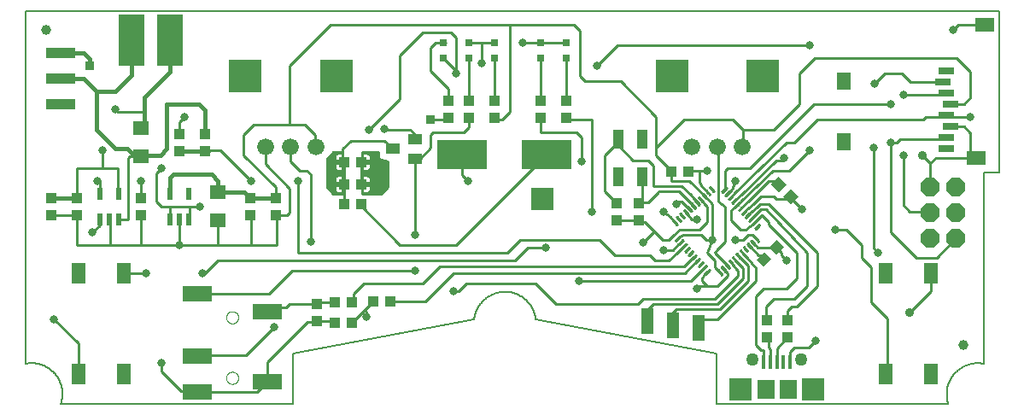
<source format=gtl>
G75*
%MOIN*%
%OFA0B0*%
%FSLAX25Y25*%
%IPPOS*%
%LPD*%
%AMOC8*
5,1,8,0,0,1.08239X$1,22.5*
%
%ADD10C,0.00800*%
%ADD11C,0.00787*%
%ADD12R,0.09000X0.09000*%
%ADD13OC8,0.07400*%
%ADD14R,0.03937X0.04331*%
%ADD15R,0.03150X0.03150*%
%ADD16R,0.02165X0.04724*%
%ADD17R,0.04331X0.03937*%
%ADD18C,0.01004*%
%ADD19R,0.04331X0.07480*%
%ADD20R,0.06299X0.05512*%
%ADD21R,0.05512X0.08268*%
%ADD22C,0.06600*%
%ADD23R,0.12598X0.12598*%
%ADD24R,0.19685X0.11811*%
%ADD25R,0.05000X0.10000*%
%ADD26R,0.07480X0.05512*%
%ADD27R,0.05512X0.07087*%
%ADD28R,0.05906X0.02756*%
%ADD29R,0.05512X0.03937*%
%ADD30R,0.11811X0.03937*%
%ADD31R,0.01575X0.05315*%
%ADD32R,0.07087X0.07480*%
%ADD33C,0.05020*%
%ADD34R,0.08858X0.08858*%
%ADD35R,0.10000X0.20000*%
%ADD36R,0.11811X0.05906*%
%ADD37C,0.00000*%
%ADD38C,0.03937*%
%ADD39C,0.01000*%
%ADD40C,0.03169*%
%ADD41C,0.03562*%
%ADD42C,0.01600*%
%ADD43R,0.03562X0.03562*%
D10*
X0016870Y0164242D02*
X0396791Y0164242D01*
D11*
X0030650Y0010698D02*
X0030743Y0010975D01*
X0030830Y0011254D01*
X0030910Y0011534D01*
X0030983Y0011817D01*
X0031049Y0012101D01*
X0031108Y0012387D01*
X0031161Y0012674D01*
X0031206Y0012963D01*
X0031244Y0013252D01*
X0031276Y0013542D01*
X0031300Y0013833D01*
X0031317Y0014125D01*
X0031327Y0014416D01*
X0031330Y0014708D01*
X0031326Y0015000D01*
X0031315Y0015292D01*
X0031296Y0015583D01*
X0031271Y0015874D01*
X0031238Y0016164D01*
X0031199Y0016453D01*
X0031152Y0016742D01*
X0031099Y0017029D01*
X0031039Y0017314D01*
X0030971Y0017598D01*
X0030897Y0017880D01*
X0030816Y0018161D01*
X0030728Y0018439D01*
X0030633Y0018715D01*
X0030532Y0018989D01*
X0030424Y0019260D01*
X0030310Y0019529D01*
X0030189Y0019795D01*
X0030061Y0020057D01*
X0029928Y0020317D01*
X0029788Y0020573D01*
X0029642Y0020826D01*
X0029489Y0021075D01*
X0029331Y0021320D01*
X0029167Y0021561D01*
X0028997Y0021799D01*
X0028821Y0022032D01*
X0028640Y0022261D01*
X0028453Y0022485D01*
X0028261Y0022705D01*
X0028063Y0022919D01*
X0027860Y0023130D01*
X0027653Y0023335D01*
X0027440Y0023535D01*
X0027223Y0023729D01*
X0027001Y0023919D01*
X0026774Y0024103D01*
X0026543Y0024281D01*
X0026308Y0024454D01*
X0026068Y0024621D01*
X0025825Y0024782D01*
X0025577Y0024937D01*
X0025327Y0025086D01*
X0025072Y0025229D01*
X0024814Y0025366D01*
X0024553Y0025497D01*
X0024289Y0025621D01*
X0024021Y0025738D01*
X0023752Y0025849D01*
X0023479Y0025954D01*
X0023204Y0026052D01*
X0022927Y0026143D01*
X0022647Y0026227D01*
X0022366Y0026304D01*
X0022082Y0026375D01*
X0021798Y0026439D01*
X0021511Y0026496D01*
X0021224Y0026546D01*
X0020935Y0026588D01*
X0020645Y0026624D01*
X0020355Y0026653D01*
X0020064Y0026675D01*
X0019772Y0026689D01*
X0019480Y0026697D01*
X0019188Y0026697D01*
X0018896Y0026691D01*
X0018605Y0026677D01*
X0018314Y0026656D01*
X0018023Y0026628D01*
X0017733Y0026593D01*
X0017444Y0026551D01*
X0017157Y0026502D01*
X0016870Y0026446D01*
X0016870Y0026447D02*
X0016870Y0164242D01*
X0121201Y0030384D02*
X0192028Y0043825D01*
X0192064Y0044119D01*
X0192108Y0044412D01*
X0192158Y0044704D01*
X0192216Y0044995D01*
X0192281Y0045284D01*
X0192353Y0045571D01*
X0192432Y0045857D01*
X0192518Y0046140D01*
X0192611Y0046421D01*
X0192711Y0046700D01*
X0192818Y0046977D01*
X0192931Y0047251D01*
X0193051Y0047521D01*
X0193178Y0047789D01*
X0193311Y0048054D01*
X0193451Y0048315D01*
X0193597Y0048573D01*
X0193750Y0048827D01*
X0193908Y0049077D01*
X0194073Y0049324D01*
X0194243Y0049566D01*
X0194420Y0049804D01*
X0194602Y0050038D01*
X0194790Y0050267D01*
X0194984Y0050491D01*
X0195183Y0050710D01*
X0195387Y0050925D01*
X0195597Y0051135D01*
X0195811Y0051339D01*
X0196031Y0051538D01*
X0196255Y0051731D01*
X0196484Y0051919D01*
X0196718Y0052102D01*
X0196956Y0052278D01*
X0197198Y0052449D01*
X0197444Y0052613D01*
X0197695Y0052772D01*
X0197949Y0052924D01*
X0198207Y0053070D01*
X0198468Y0053210D01*
X0198733Y0053343D01*
X0199001Y0053470D01*
X0199271Y0053590D01*
X0199545Y0053703D01*
X0199822Y0053810D01*
X0200101Y0053909D01*
X0200382Y0054002D01*
X0200666Y0054088D01*
X0200951Y0054167D01*
X0201239Y0054239D01*
X0201528Y0054304D01*
X0201818Y0054362D01*
X0202110Y0054413D01*
X0202403Y0054456D01*
X0202697Y0054492D01*
X0202992Y0054521D01*
X0203288Y0054543D01*
X0203584Y0054558D01*
X0203880Y0054565D01*
X0204176Y0054565D01*
X0204472Y0054558D01*
X0204768Y0054543D01*
X0205064Y0054521D01*
X0205359Y0054492D01*
X0205653Y0054456D01*
X0205946Y0054413D01*
X0206238Y0054362D01*
X0206528Y0054304D01*
X0206817Y0054239D01*
X0207105Y0054167D01*
X0207390Y0054088D01*
X0207674Y0054002D01*
X0207955Y0053909D01*
X0208234Y0053810D01*
X0208511Y0053703D01*
X0208785Y0053590D01*
X0209055Y0053470D01*
X0209323Y0053343D01*
X0209588Y0053210D01*
X0209849Y0053070D01*
X0210107Y0052924D01*
X0210361Y0052772D01*
X0210612Y0052613D01*
X0210858Y0052449D01*
X0211100Y0052278D01*
X0211338Y0052102D01*
X0211572Y0051919D01*
X0211801Y0051731D01*
X0212025Y0051538D01*
X0212245Y0051339D01*
X0212459Y0051135D01*
X0212669Y0050925D01*
X0212873Y0050710D01*
X0213072Y0050491D01*
X0213266Y0050267D01*
X0213454Y0050038D01*
X0213636Y0049804D01*
X0213813Y0049566D01*
X0213983Y0049324D01*
X0214148Y0049077D01*
X0214306Y0048827D01*
X0214459Y0048573D01*
X0214605Y0048315D01*
X0214745Y0048054D01*
X0214878Y0047789D01*
X0215005Y0047521D01*
X0215125Y0047251D01*
X0215238Y0046977D01*
X0215345Y0046700D01*
X0215445Y0046421D01*
X0215538Y0046140D01*
X0215624Y0045857D01*
X0215703Y0045571D01*
X0215775Y0045284D01*
X0215840Y0044995D01*
X0215898Y0044704D01*
X0215948Y0044412D01*
X0215992Y0044119D01*
X0216028Y0043825D01*
X0286555Y0030384D01*
X0286555Y0010699D01*
X0377106Y0010699D01*
X0377015Y0010978D01*
X0376930Y0011260D01*
X0376851Y0011544D01*
X0376780Y0011830D01*
X0376716Y0012117D01*
X0376659Y0012406D01*
X0376609Y0012696D01*
X0376566Y0012987D01*
X0376530Y0013279D01*
X0376501Y0013572D01*
X0376480Y0013865D01*
X0376465Y0014159D01*
X0376458Y0014454D01*
X0376458Y0014748D01*
X0376465Y0015042D01*
X0376479Y0015336D01*
X0376501Y0015630D01*
X0376529Y0015923D01*
X0376565Y0016215D01*
X0376608Y0016506D01*
X0376658Y0016796D01*
X0376714Y0017085D01*
X0376778Y0017372D01*
X0376849Y0017658D01*
X0376927Y0017942D01*
X0377012Y0018224D01*
X0377104Y0018503D01*
X0377202Y0018781D01*
X0377307Y0019056D01*
X0377419Y0019328D01*
X0377538Y0019597D01*
X0377662Y0019864D01*
X0377794Y0020127D01*
X0377932Y0020387D01*
X0378076Y0020644D01*
X0378226Y0020897D01*
X0378383Y0021146D01*
X0378545Y0021392D01*
X0378713Y0021633D01*
X0378888Y0021871D01*
X0379068Y0022103D01*
X0379253Y0022332D01*
X0379444Y0022556D01*
X0379641Y0022775D01*
X0379843Y0022989D01*
X0380050Y0023198D01*
X0380262Y0023403D01*
X0380479Y0023602D01*
X0380700Y0023795D01*
X0380927Y0023983D01*
X0381157Y0024166D01*
X0381393Y0024343D01*
X0381632Y0024514D01*
X0381876Y0024679D01*
X0382123Y0024838D01*
X0382375Y0024992D01*
X0382630Y0025139D01*
X0382888Y0025279D01*
X0383150Y0025414D01*
X0383415Y0025542D01*
X0383683Y0025663D01*
X0383954Y0025778D01*
X0384228Y0025886D01*
X0384504Y0025988D01*
X0384783Y0026083D01*
X0385064Y0026170D01*
X0385347Y0026252D01*
X0385632Y0026326D01*
X0385918Y0026393D01*
X0386206Y0026453D01*
X0386496Y0026506D01*
X0386787Y0026552D01*
X0387078Y0026591D01*
X0387371Y0026623D01*
X0387664Y0026648D01*
X0387958Y0026665D01*
X0388252Y0026676D01*
X0388547Y0026679D01*
X0388841Y0026675D01*
X0389135Y0026664D01*
X0389429Y0026646D01*
X0389722Y0026620D01*
X0390015Y0026588D01*
X0390306Y0026548D01*
X0390597Y0026501D01*
X0390886Y0026447D01*
X0390886Y0101250D01*
X0396791Y0101250D01*
X0396791Y0164242D01*
X0378051Y0127825D02*
X0377992Y0127766D01*
X0121201Y0030384D02*
X0121201Y0010699D01*
X0030650Y0010699D01*
D12*
X0218528Y0090825D03*
D13*
X0370059Y0095423D03*
X0380059Y0095423D03*
X0380059Y0085423D03*
X0370059Y0085423D03*
X0370059Y0075423D03*
X0380059Y0075423D03*
D14*
X0314407Y0043358D03*
X0314407Y0036665D03*
X0306189Y0036665D03*
X0306189Y0043358D03*
X0256122Y0082352D03*
X0256122Y0089045D03*
X0247622Y0089045D03*
X0247622Y0082352D03*
X0227902Y0122510D03*
X0217902Y0122510D03*
X0217902Y0129203D03*
X0227902Y0129203D03*
X0199902Y0129203D03*
X0189902Y0129203D03*
X0181902Y0129203D03*
X0181902Y0122510D03*
X0189902Y0122510D03*
X0199902Y0122510D03*
X0114528Y0091171D03*
X0104528Y0091171D03*
X0104528Y0084478D03*
X0114528Y0084478D03*
X0087028Y0109478D03*
X0077028Y0109478D03*
X0077028Y0116171D03*
X0087028Y0116171D03*
X0062028Y0091171D03*
X0062028Y0084478D03*
X0037028Y0084478D03*
X0027028Y0084478D03*
X0027028Y0091171D03*
X0037028Y0091171D03*
X0130778Y0049671D03*
X0130778Y0042978D03*
D15*
X0179902Y0145904D03*
X0189902Y0145904D03*
X0199902Y0145904D03*
X0199902Y0151809D03*
X0189902Y0151809D03*
X0179902Y0151809D03*
X0217902Y0151809D03*
X0227902Y0151809D03*
X0227902Y0145904D03*
X0217902Y0145904D03*
D16*
X0080768Y0092943D03*
X0073287Y0092943D03*
X0073287Y0082706D03*
X0077028Y0082706D03*
X0080768Y0082706D03*
X0053268Y0082706D03*
X0049528Y0082706D03*
X0045787Y0082706D03*
X0045787Y0092943D03*
X0053268Y0092943D03*
D17*
X0141181Y0096575D03*
X0147874Y0096575D03*
X0147874Y0088632D03*
X0141181Y0088632D03*
X0141181Y0105207D03*
X0147874Y0105207D03*
X0152681Y0050825D03*
X0159374Y0050825D03*
X0144374Y0050575D03*
X0137681Y0050575D03*
X0137681Y0042325D03*
X0144374Y0042325D03*
X0268807Y0101474D03*
X0275500Y0101474D03*
G36*
X0310743Y0099393D02*
X0313804Y0096332D01*
X0311021Y0093549D01*
X0307960Y0096610D01*
X0310743Y0099393D01*
G37*
G36*
X0315475Y0094660D02*
X0318536Y0091599D01*
X0315753Y0088816D01*
X0312692Y0091877D01*
X0315475Y0094660D01*
G37*
G36*
X0307003Y0071804D02*
X0310064Y0074865D01*
X0312847Y0072082D01*
X0309786Y0069021D01*
X0307003Y0071804D01*
G37*
G36*
X0302271Y0067071D02*
X0305332Y0070132D01*
X0308115Y0067349D01*
X0305054Y0064288D01*
X0302271Y0067071D01*
G37*
D18*
X0298775Y0070435D02*
X0297340Y0072029D01*
X0298775Y0070435D02*
X0298644Y0070317D01*
X0297209Y0071911D01*
X0297340Y0072029D01*
X0297741Y0071320D02*
X0297978Y0071320D01*
X0298803Y0073346D02*
X0300238Y0071752D01*
X0300107Y0071634D01*
X0298672Y0073228D01*
X0298803Y0073346D01*
X0299204Y0072637D02*
X0299441Y0072637D01*
X0300204Y0074608D02*
X0301639Y0073014D01*
X0301508Y0072896D01*
X0300073Y0074490D01*
X0300204Y0074608D01*
X0300605Y0073899D02*
X0300842Y0073899D01*
X0301667Y0075925D02*
X0303102Y0074331D01*
X0302971Y0074213D01*
X0301536Y0075807D01*
X0301667Y0075925D01*
X0302068Y0075216D02*
X0302305Y0075216D01*
X0301837Y0079172D02*
X0303431Y0080607D01*
X0301837Y0079172D02*
X0301719Y0079303D01*
X0303313Y0080738D01*
X0303431Y0080607D01*
X0302951Y0080175D02*
X0302688Y0080175D01*
X0302114Y0082070D02*
X0300520Y0080635D01*
X0300402Y0080766D01*
X0301996Y0082201D01*
X0302114Y0082070D01*
X0301634Y0081638D02*
X0301371Y0081638D01*
X0300852Y0083471D02*
X0299258Y0082036D01*
X0299140Y0082167D01*
X0300734Y0083602D01*
X0300852Y0083471D01*
X0300372Y0083039D02*
X0300109Y0083039D01*
X0299535Y0084934D02*
X0297941Y0083499D01*
X0297823Y0083630D01*
X0299417Y0085065D01*
X0299535Y0084934D01*
X0299055Y0084502D02*
X0298792Y0084502D01*
X0298274Y0086335D02*
X0296680Y0084900D01*
X0296562Y0085031D01*
X0298156Y0086466D01*
X0298274Y0086335D01*
X0297794Y0085903D02*
X0297531Y0085903D01*
X0296956Y0087798D02*
X0295362Y0086363D01*
X0295244Y0086494D01*
X0296838Y0087929D01*
X0296956Y0087798D01*
X0296476Y0087366D02*
X0296213Y0087366D01*
X0295521Y0089392D02*
X0293927Y0087957D01*
X0295521Y0089392D02*
X0295639Y0089261D01*
X0294045Y0087826D01*
X0293927Y0087957D01*
X0294896Y0088829D02*
X0295159Y0088829D01*
X0294260Y0090793D02*
X0292666Y0089358D01*
X0294260Y0090793D02*
X0294378Y0090662D01*
X0292784Y0089227D01*
X0292666Y0089358D01*
X0293635Y0090230D02*
X0293898Y0090230D01*
X0292943Y0092256D02*
X0291349Y0090821D01*
X0292943Y0092256D02*
X0293061Y0092125D01*
X0291467Y0090690D01*
X0291349Y0090821D01*
X0292318Y0091693D02*
X0292581Y0091693D01*
X0291681Y0093657D02*
X0290087Y0092222D01*
X0291681Y0093657D02*
X0291799Y0093526D01*
X0290205Y0092091D01*
X0290087Y0092222D01*
X0291056Y0093094D02*
X0291319Y0093094D01*
X0290364Y0095120D02*
X0288770Y0093685D01*
X0290364Y0095120D02*
X0290482Y0094989D01*
X0288888Y0093554D01*
X0288770Y0093685D01*
X0289739Y0094557D02*
X0290002Y0094557D01*
X0285523Y0093855D02*
X0284088Y0095449D01*
X0285523Y0093855D02*
X0285392Y0093737D01*
X0283957Y0095331D01*
X0284088Y0095449D01*
X0284489Y0094740D02*
X0284726Y0094740D01*
X0282625Y0094132D02*
X0284060Y0092538D01*
X0283929Y0092420D01*
X0282494Y0094014D01*
X0282625Y0094132D01*
X0283026Y0093423D02*
X0283263Y0093423D01*
X0281224Y0092870D02*
X0282659Y0091276D01*
X0282528Y0091158D01*
X0281093Y0092752D01*
X0281224Y0092870D01*
X0281625Y0092161D02*
X0281862Y0092161D01*
X0279761Y0091553D02*
X0281196Y0089959D01*
X0281065Y0089841D01*
X0279630Y0091435D01*
X0279761Y0091553D01*
X0280162Y0090844D02*
X0280399Y0090844D01*
X0278360Y0090291D02*
X0279795Y0088697D01*
X0279664Y0088579D01*
X0278229Y0090173D01*
X0278360Y0090291D01*
X0278761Y0089582D02*
X0278998Y0089582D01*
X0276897Y0088974D02*
X0278332Y0087380D01*
X0278201Y0087262D01*
X0276766Y0088856D01*
X0276897Y0088974D01*
X0277298Y0088265D02*
X0277535Y0088265D01*
X0275303Y0087539D02*
X0276738Y0085945D01*
X0275303Y0087539D02*
X0275434Y0087657D01*
X0276869Y0086063D01*
X0276738Y0085945D01*
X0276072Y0086948D02*
X0275835Y0086948D01*
X0273902Y0086277D02*
X0275337Y0084683D01*
X0273902Y0086277D02*
X0274033Y0086395D01*
X0275468Y0084801D01*
X0275337Y0084683D01*
X0274671Y0085686D02*
X0274434Y0085686D01*
X0272439Y0084960D02*
X0273874Y0083366D01*
X0272439Y0084960D02*
X0272570Y0085078D01*
X0274005Y0083484D01*
X0273874Y0083366D01*
X0273208Y0084369D02*
X0272971Y0084369D01*
X0271038Y0083699D02*
X0272473Y0082105D01*
X0271038Y0083699D02*
X0271169Y0083817D01*
X0272604Y0082223D01*
X0272473Y0082105D01*
X0271807Y0083108D02*
X0271570Y0083108D01*
X0269575Y0082382D02*
X0271010Y0080788D01*
X0269575Y0082382D02*
X0269706Y0082500D01*
X0271141Y0080906D01*
X0271010Y0080788D01*
X0270344Y0081791D02*
X0270107Y0081791D01*
X0270840Y0077540D02*
X0269246Y0076105D01*
X0270840Y0077540D02*
X0270958Y0077409D01*
X0269364Y0075974D01*
X0269246Y0076105D01*
X0270215Y0076977D02*
X0270478Y0076977D01*
X0272157Y0076078D02*
X0270563Y0074643D01*
X0272157Y0076078D02*
X0272275Y0075947D01*
X0270681Y0074512D01*
X0270563Y0074643D01*
X0271532Y0075515D02*
X0271795Y0075515D01*
X0273419Y0074677D02*
X0271825Y0073242D01*
X0273419Y0074677D02*
X0273537Y0074546D01*
X0271943Y0073111D01*
X0271825Y0073242D01*
X0272794Y0074114D02*
X0273057Y0074114D01*
X0274736Y0073214D02*
X0273142Y0071779D01*
X0274736Y0073214D02*
X0274854Y0073083D01*
X0273260Y0071648D01*
X0273142Y0071779D01*
X0274111Y0072651D02*
X0274374Y0072651D01*
X0275998Y0071813D02*
X0274404Y0070378D01*
X0275998Y0071813D02*
X0276116Y0071682D01*
X0274522Y0070247D01*
X0274404Y0070378D01*
X0275373Y0071250D02*
X0275636Y0071250D01*
X0277315Y0070350D02*
X0275721Y0068915D01*
X0277315Y0070350D02*
X0277433Y0070219D01*
X0275839Y0068784D01*
X0275721Y0068915D01*
X0276690Y0069787D02*
X0276953Y0069787D01*
X0278750Y0068756D02*
X0277156Y0067321D01*
X0277038Y0067452D01*
X0278632Y0068887D01*
X0278750Y0068756D01*
X0278270Y0068324D02*
X0278007Y0068324D01*
X0280011Y0067355D02*
X0278417Y0065920D01*
X0278299Y0066051D01*
X0279893Y0067486D01*
X0280011Y0067355D01*
X0279531Y0066923D02*
X0279268Y0066923D01*
X0281329Y0065892D02*
X0279735Y0064457D01*
X0279617Y0064588D01*
X0281211Y0066023D01*
X0281329Y0065892D01*
X0280849Y0065460D02*
X0280586Y0065460D01*
X0282590Y0064491D02*
X0280996Y0063056D01*
X0280878Y0063187D01*
X0282472Y0064622D01*
X0282590Y0064491D01*
X0282110Y0064059D02*
X0281847Y0064059D01*
X0283907Y0063028D02*
X0282313Y0061593D01*
X0282195Y0061724D01*
X0283789Y0063159D01*
X0283907Y0063028D01*
X0283427Y0062596D02*
X0283164Y0062596D01*
X0287154Y0062858D02*
X0288589Y0061264D01*
X0287154Y0062858D02*
X0287285Y0062976D01*
X0288720Y0061382D01*
X0288589Y0061264D01*
X0287923Y0062267D02*
X0287686Y0062267D01*
X0288617Y0064175D02*
X0290052Y0062581D01*
X0288617Y0064175D02*
X0288748Y0064293D01*
X0290183Y0062699D01*
X0290052Y0062581D01*
X0289386Y0063584D02*
X0289149Y0063584D01*
X0290018Y0065437D02*
X0291453Y0063843D01*
X0290018Y0065437D02*
X0290149Y0065555D01*
X0291584Y0063961D01*
X0291453Y0063843D01*
X0290787Y0064846D02*
X0290550Y0064846D01*
X0291481Y0066754D02*
X0292916Y0065160D01*
X0291481Y0066754D02*
X0291612Y0066872D01*
X0293047Y0065278D01*
X0292916Y0065160D01*
X0292250Y0066163D02*
X0292013Y0066163D01*
X0292882Y0068015D02*
X0294317Y0066421D01*
X0292882Y0068015D02*
X0293013Y0068133D01*
X0294448Y0066539D01*
X0294317Y0066421D01*
X0293651Y0067424D02*
X0293414Y0067424D01*
X0294345Y0069332D02*
X0295780Y0067738D01*
X0294345Y0069332D02*
X0294476Y0069450D01*
X0295911Y0067856D01*
X0295780Y0067738D01*
X0295114Y0068741D02*
X0294877Y0068741D01*
X0295939Y0070768D02*
X0297374Y0069174D01*
X0297243Y0069056D01*
X0295808Y0070650D01*
X0295939Y0070768D01*
X0296340Y0070059D02*
X0296577Y0070059D01*
D19*
X0257461Y0099478D03*
X0248406Y0099478D03*
X0248406Y0114045D03*
X0257461Y0114045D03*
D20*
X0092028Y0093337D03*
X0092028Y0082313D03*
X0062028Y0107313D03*
X0062028Y0118337D03*
D21*
X0055256Y0061880D03*
X0037539Y0061880D03*
X0037539Y0022510D03*
X0055256Y0022510D03*
X0352500Y0022510D03*
X0370217Y0022510D03*
X0370217Y0061880D03*
X0352500Y0061880D03*
D22*
X0296713Y0111093D03*
X0286870Y0111093D03*
X0277028Y0111093D03*
X0130256Y0111093D03*
X0120413Y0111093D03*
X0110571Y0111093D03*
D23*
X0102697Y0138652D03*
X0138130Y0138652D03*
X0269154Y0138652D03*
X0304587Y0138652D03*
D24*
X0220350Y0108230D03*
X0187406Y0108230D03*
D25*
X0259528Y0043067D03*
X0269528Y0041325D03*
X0279528Y0040325D03*
D26*
X0387835Y0106900D03*
X0391378Y0158868D03*
D27*
X0336260Y0136821D03*
X0336260Y0113199D03*
D28*
X0374843Y0136427D03*
X0376417Y0140758D03*
X0376417Y0132096D03*
X0377992Y0127766D03*
X0376417Y0123435D03*
X0377992Y0119104D03*
X0376417Y0114774D03*
X0376417Y0110443D03*
D29*
X0168858Y0114065D03*
X0160197Y0110325D03*
X0168858Y0106585D03*
D30*
X0030778Y0127825D03*
X0030778Y0137825D03*
X0030778Y0147825D03*
D31*
X0305059Y0026951D03*
X0307618Y0026951D03*
X0310177Y0026951D03*
X0312736Y0026951D03*
X0315295Y0026951D03*
D32*
X0314508Y0016419D03*
X0305846Y0016419D03*
D33*
X0300630Y0028230D03*
X0319724Y0028230D03*
D34*
X0324252Y0016419D03*
X0296102Y0016419D03*
D35*
X0073278Y0152825D03*
X0058278Y0152825D03*
D36*
X0083799Y0053612D03*
X0111358Y0046919D03*
X0083799Y0029596D03*
X0083799Y0015423D03*
X0111358Y0019360D03*
D37*
X0095217Y0020935D02*
X0095219Y0021032D01*
X0095225Y0021129D01*
X0095235Y0021225D01*
X0095249Y0021321D01*
X0095267Y0021417D01*
X0095288Y0021511D01*
X0095314Y0021605D01*
X0095343Y0021697D01*
X0095377Y0021788D01*
X0095413Y0021878D01*
X0095454Y0021966D01*
X0095498Y0022052D01*
X0095546Y0022137D01*
X0095597Y0022219D01*
X0095651Y0022300D01*
X0095709Y0022378D01*
X0095770Y0022453D01*
X0095833Y0022526D01*
X0095900Y0022597D01*
X0095970Y0022664D01*
X0096042Y0022729D01*
X0096117Y0022790D01*
X0096195Y0022849D01*
X0096274Y0022904D01*
X0096356Y0022956D01*
X0096440Y0023004D01*
X0096526Y0023049D01*
X0096614Y0023091D01*
X0096703Y0023129D01*
X0096794Y0023163D01*
X0096886Y0023193D01*
X0096979Y0023220D01*
X0097074Y0023242D01*
X0097169Y0023261D01*
X0097265Y0023276D01*
X0097361Y0023287D01*
X0097458Y0023294D01*
X0097555Y0023297D01*
X0097652Y0023296D01*
X0097749Y0023291D01*
X0097845Y0023282D01*
X0097941Y0023269D01*
X0098037Y0023252D01*
X0098132Y0023231D01*
X0098225Y0023207D01*
X0098318Y0023178D01*
X0098410Y0023146D01*
X0098500Y0023110D01*
X0098588Y0023071D01*
X0098675Y0023027D01*
X0098760Y0022981D01*
X0098843Y0022930D01*
X0098924Y0022877D01*
X0099002Y0022820D01*
X0099079Y0022760D01*
X0099152Y0022697D01*
X0099223Y0022631D01*
X0099291Y0022562D01*
X0099357Y0022490D01*
X0099419Y0022416D01*
X0099478Y0022339D01*
X0099534Y0022260D01*
X0099587Y0022178D01*
X0099637Y0022095D01*
X0099682Y0022009D01*
X0099725Y0021922D01*
X0099764Y0021833D01*
X0099799Y0021743D01*
X0099830Y0021651D01*
X0099857Y0021558D01*
X0099881Y0021464D01*
X0099901Y0021369D01*
X0099917Y0021273D01*
X0099929Y0021177D01*
X0099937Y0021080D01*
X0099941Y0020983D01*
X0099941Y0020887D01*
X0099937Y0020790D01*
X0099929Y0020693D01*
X0099917Y0020597D01*
X0099901Y0020501D01*
X0099881Y0020406D01*
X0099857Y0020312D01*
X0099830Y0020219D01*
X0099799Y0020127D01*
X0099764Y0020037D01*
X0099725Y0019948D01*
X0099682Y0019861D01*
X0099637Y0019775D01*
X0099587Y0019692D01*
X0099534Y0019610D01*
X0099478Y0019531D01*
X0099419Y0019454D01*
X0099357Y0019380D01*
X0099291Y0019308D01*
X0099223Y0019239D01*
X0099152Y0019173D01*
X0099079Y0019110D01*
X0099002Y0019050D01*
X0098924Y0018993D01*
X0098843Y0018940D01*
X0098760Y0018889D01*
X0098675Y0018843D01*
X0098588Y0018799D01*
X0098500Y0018760D01*
X0098410Y0018724D01*
X0098318Y0018692D01*
X0098225Y0018663D01*
X0098132Y0018639D01*
X0098037Y0018618D01*
X0097941Y0018601D01*
X0097845Y0018588D01*
X0097749Y0018579D01*
X0097652Y0018574D01*
X0097555Y0018573D01*
X0097458Y0018576D01*
X0097361Y0018583D01*
X0097265Y0018594D01*
X0097169Y0018609D01*
X0097074Y0018628D01*
X0096979Y0018650D01*
X0096886Y0018677D01*
X0096794Y0018707D01*
X0096703Y0018741D01*
X0096614Y0018779D01*
X0096526Y0018821D01*
X0096440Y0018866D01*
X0096356Y0018914D01*
X0096274Y0018966D01*
X0096195Y0019021D01*
X0096117Y0019080D01*
X0096042Y0019141D01*
X0095970Y0019206D01*
X0095900Y0019273D01*
X0095833Y0019344D01*
X0095770Y0019417D01*
X0095709Y0019492D01*
X0095651Y0019570D01*
X0095597Y0019651D01*
X0095546Y0019733D01*
X0095498Y0019818D01*
X0095454Y0019904D01*
X0095413Y0019992D01*
X0095377Y0020082D01*
X0095343Y0020173D01*
X0095314Y0020265D01*
X0095288Y0020359D01*
X0095267Y0020453D01*
X0095249Y0020549D01*
X0095235Y0020645D01*
X0095225Y0020741D01*
X0095219Y0020838D01*
X0095217Y0020935D01*
X0095217Y0044557D02*
X0095219Y0044654D01*
X0095225Y0044751D01*
X0095235Y0044847D01*
X0095249Y0044943D01*
X0095267Y0045039D01*
X0095288Y0045133D01*
X0095314Y0045227D01*
X0095343Y0045319D01*
X0095377Y0045410D01*
X0095413Y0045500D01*
X0095454Y0045588D01*
X0095498Y0045674D01*
X0095546Y0045759D01*
X0095597Y0045841D01*
X0095651Y0045922D01*
X0095709Y0046000D01*
X0095770Y0046075D01*
X0095833Y0046148D01*
X0095900Y0046219D01*
X0095970Y0046286D01*
X0096042Y0046351D01*
X0096117Y0046412D01*
X0096195Y0046471D01*
X0096274Y0046526D01*
X0096356Y0046578D01*
X0096440Y0046626D01*
X0096526Y0046671D01*
X0096614Y0046713D01*
X0096703Y0046751D01*
X0096794Y0046785D01*
X0096886Y0046815D01*
X0096979Y0046842D01*
X0097074Y0046864D01*
X0097169Y0046883D01*
X0097265Y0046898D01*
X0097361Y0046909D01*
X0097458Y0046916D01*
X0097555Y0046919D01*
X0097652Y0046918D01*
X0097749Y0046913D01*
X0097845Y0046904D01*
X0097941Y0046891D01*
X0098037Y0046874D01*
X0098132Y0046853D01*
X0098225Y0046829D01*
X0098318Y0046800D01*
X0098410Y0046768D01*
X0098500Y0046732D01*
X0098588Y0046693D01*
X0098675Y0046649D01*
X0098760Y0046603D01*
X0098843Y0046552D01*
X0098924Y0046499D01*
X0099002Y0046442D01*
X0099079Y0046382D01*
X0099152Y0046319D01*
X0099223Y0046253D01*
X0099291Y0046184D01*
X0099357Y0046112D01*
X0099419Y0046038D01*
X0099478Y0045961D01*
X0099534Y0045882D01*
X0099587Y0045800D01*
X0099637Y0045717D01*
X0099682Y0045631D01*
X0099725Y0045544D01*
X0099764Y0045455D01*
X0099799Y0045365D01*
X0099830Y0045273D01*
X0099857Y0045180D01*
X0099881Y0045086D01*
X0099901Y0044991D01*
X0099917Y0044895D01*
X0099929Y0044799D01*
X0099937Y0044702D01*
X0099941Y0044605D01*
X0099941Y0044509D01*
X0099937Y0044412D01*
X0099929Y0044315D01*
X0099917Y0044219D01*
X0099901Y0044123D01*
X0099881Y0044028D01*
X0099857Y0043934D01*
X0099830Y0043841D01*
X0099799Y0043749D01*
X0099764Y0043659D01*
X0099725Y0043570D01*
X0099682Y0043483D01*
X0099637Y0043397D01*
X0099587Y0043314D01*
X0099534Y0043232D01*
X0099478Y0043153D01*
X0099419Y0043076D01*
X0099357Y0043002D01*
X0099291Y0042930D01*
X0099223Y0042861D01*
X0099152Y0042795D01*
X0099079Y0042732D01*
X0099002Y0042672D01*
X0098924Y0042615D01*
X0098843Y0042562D01*
X0098760Y0042511D01*
X0098675Y0042465D01*
X0098588Y0042421D01*
X0098500Y0042382D01*
X0098410Y0042346D01*
X0098318Y0042314D01*
X0098225Y0042285D01*
X0098132Y0042261D01*
X0098037Y0042240D01*
X0097941Y0042223D01*
X0097845Y0042210D01*
X0097749Y0042201D01*
X0097652Y0042196D01*
X0097555Y0042195D01*
X0097458Y0042198D01*
X0097361Y0042205D01*
X0097265Y0042216D01*
X0097169Y0042231D01*
X0097074Y0042250D01*
X0096979Y0042272D01*
X0096886Y0042299D01*
X0096794Y0042329D01*
X0096703Y0042363D01*
X0096614Y0042401D01*
X0096526Y0042443D01*
X0096440Y0042488D01*
X0096356Y0042536D01*
X0096274Y0042588D01*
X0096195Y0042643D01*
X0096117Y0042702D01*
X0096042Y0042763D01*
X0095970Y0042828D01*
X0095900Y0042895D01*
X0095833Y0042966D01*
X0095770Y0043039D01*
X0095709Y0043114D01*
X0095651Y0043192D01*
X0095597Y0043273D01*
X0095546Y0043355D01*
X0095498Y0043440D01*
X0095454Y0043526D01*
X0095413Y0043614D01*
X0095377Y0043704D01*
X0095343Y0043795D01*
X0095314Y0043887D01*
X0095288Y0043981D01*
X0095267Y0044075D01*
X0095249Y0044171D01*
X0095235Y0044267D01*
X0095225Y0044363D01*
X0095219Y0044460D01*
X0095217Y0044557D01*
D38*
X0025028Y0156825D03*
X0383028Y0033825D03*
D39*
X0370217Y0054764D02*
X0362028Y0046575D01*
X0353278Y0044075D02*
X0353278Y0023287D01*
X0352500Y0022510D01*
X0325264Y0035476D02*
X0322612Y0032825D01*
X0317028Y0032825D01*
X0315295Y0031093D01*
X0315295Y0026951D01*
X0310177Y0026951D02*
X0310177Y0032435D01*
X0314407Y0036665D01*
X0314407Y0043358D02*
X0314407Y0047205D01*
X0316028Y0048825D01*
X0318028Y0048825D01*
X0326028Y0056825D01*
X0326028Y0069825D01*
X0307028Y0088825D01*
X0303528Y0088825D01*
X0302179Y0087476D01*
X0298679Y0084282D01*
X0297418Y0085683D02*
X0301028Y0088825D01*
X0304028Y0091825D01*
X0309028Y0091825D01*
X0310028Y0090825D01*
X0314701Y0090825D01*
X0315614Y0091738D01*
X0315614Y0091238D01*
X0320028Y0086825D01*
X0307028Y0081825D02*
X0307028Y0080825D01*
X0318028Y0069825D01*
X0318028Y0059825D01*
X0314028Y0055825D01*
X0305028Y0055825D01*
X0302028Y0052825D01*
X0302028Y0033825D01*
X0304059Y0031793D01*
X0305059Y0031793D01*
X0305059Y0026951D01*
X0307618Y0026951D02*
X0307618Y0032234D01*
X0307028Y0032825D01*
X0307028Y0035827D01*
X0306189Y0036665D01*
X0306265Y0036589D01*
X0306189Y0043358D02*
X0306028Y0043520D01*
X0306028Y0048825D01*
X0309028Y0051825D01*
X0317028Y0051825D01*
X0322028Y0056825D01*
X0322028Y0069825D01*
X0306028Y0086825D01*
X0304028Y0086825D01*
X0300022Y0082819D01*
X0299996Y0082819D01*
X0301258Y0081418D02*
X0298028Y0078825D01*
X0296028Y0078825D01*
X0292283Y0082569D01*
X0292283Y0086580D01*
X0294783Y0088609D01*
X0296312Y0090109D01*
X0308528Y0101825D01*
X0315028Y0101825D01*
X0323028Y0109825D01*
X0317028Y0112825D02*
X0314028Y0112825D01*
X0293675Y0092973D01*
X0292205Y0091473D01*
X0290943Y0092874D02*
X0292577Y0094374D01*
X0294028Y0097825D01*
X0290028Y0094825D02*
X0290028Y0101825D01*
X0291028Y0102825D01*
X0299528Y0102825D01*
X0324528Y0127825D01*
X0354528Y0127825D01*
X0359528Y0131575D02*
X0375896Y0131575D01*
X0376417Y0132096D01*
X0378051Y0127825D02*
X0383278Y0127825D01*
X0385778Y0130325D01*
X0385778Y0140325D01*
X0380278Y0145825D01*
X0325028Y0145825D01*
X0319028Y0139825D01*
X0319028Y0127825D01*
X0309028Y0117825D01*
X0297028Y0117825D01*
X0297028Y0111407D01*
X0296713Y0111093D01*
X0297028Y0117825D02*
X0293028Y0121825D01*
X0274028Y0121825D01*
X0263028Y0110825D01*
X0263028Y0122809D01*
X0249154Y0136683D01*
X0235374Y0136683D01*
X0233406Y0138652D01*
X0233406Y0156368D01*
X0230949Y0158825D01*
X0205846Y0158825D01*
X0205902Y0158770D01*
X0205902Y0124856D01*
X0202902Y0121856D01*
X0200555Y0121856D01*
X0199902Y0122510D01*
X0190028Y0122384D02*
X0190028Y0118825D01*
X0188028Y0116825D01*
X0176028Y0116825D01*
X0175028Y0115825D01*
X0175028Y0110825D01*
X0170787Y0106585D01*
X0168858Y0106585D01*
X0169028Y0106415D01*
X0169028Y0076825D01*
X0163028Y0072825D02*
X0184945Y0072825D01*
X0220350Y0108230D01*
X0218402Y0116825D02*
X0217902Y0117325D01*
X0217902Y0122510D01*
X0218055Y0116825D02*
X0218402Y0116825D01*
X0232028Y0116825D01*
X0234028Y0114825D01*
X0234028Y0105325D01*
X0243028Y0107825D02*
X0243028Y0093640D01*
X0247622Y0089045D01*
X0247622Y0082352D02*
X0256122Y0082352D01*
X0256650Y0081825D01*
X0258528Y0081825D01*
X0262153Y0078199D01*
X0262153Y0077950D01*
X0258028Y0073825D01*
X0260528Y0068825D02*
X0247028Y0068825D01*
X0241028Y0074825D01*
X0210028Y0074825D01*
X0205028Y0069825D01*
X0123278Y0069825D01*
X0123278Y0097825D01*
X0124028Y0101825D02*
X0126778Y0101825D01*
X0128278Y0100325D01*
X0128278Y0074075D01*
X0115028Y0072825D02*
X0115028Y0083978D01*
X0114528Y0084478D01*
X0119028Y0084478D01*
X0120028Y0085478D01*
X0120028Y0094825D01*
X0110571Y0104281D01*
X0110571Y0111093D01*
X0102028Y0107825D02*
X0102028Y0115825D01*
X0106028Y0119825D01*
X0120028Y0119825D01*
X0120028Y0142825D01*
X0136028Y0158825D01*
X0205846Y0158825D01*
X0210902Y0151856D02*
X0217854Y0151856D01*
X0217902Y0151809D01*
X0210902Y0151856D02*
X0227902Y0151809D01*
X0227902Y0145904D02*
X0227902Y0129203D01*
X0217902Y0129203D02*
X0217902Y0145904D01*
X0199902Y0145904D02*
X0199902Y0129203D01*
X0189902Y0129203D02*
X0189902Y0145904D01*
X0194902Y0143856D02*
X0194902Y0151856D01*
X0189949Y0151856D01*
X0189902Y0151809D01*
X0194902Y0151856D02*
X0199854Y0151856D01*
X0199902Y0151809D01*
X0185028Y0153825D02*
X0185028Y0139982D01*
X0184902Y0139856D01*
X0184902Y0140904D01*
X0179902Y0145904D01*
X0174902Y0149856D02*
X0176902Y0151856D01*
X0179854Y0151856D01*
X0179902Y0151809D01*
X0180854Y0151856D01*
X0178902Y0151856D01*
X0174902Y0149856D02*
X0174902Y0140856D01*
X0181902Y0133856D01*
X0181902Y0129203D01*
X0181902Y0122510D02*
X0180748Y0121856D01*
X0174902Y0121856D01*
X0168858Y0115994D02*
X0167028Y0117825D01*
X0157278Y0117825D01*
X0157028Y0118075D01*
X0151028Y0117825D02*
X0163028Y0129825D01*
X0163028Y0146825D01*
X0172028Y0155825D01*
X0183028Y0155825D01*
X0185028Y0153825D01*
X0189902Y0122510D02*
X0190028Y0122384D01*
X0187406Y0108230D02*
X0187406Y0099947D01*
X0189528Y0097825D01*
X0168858Y0114065D02*
X0168858Y0115994D01*
X0160197Y0110325D02*
X0157028Y0113494D01*
X0143947Y0113494D01*
X0140778Y0110325D01*
X0140778Y0105610D01*
X0141181Y0105207D01*
X0141181Y0096575D01*
X0141181Y0088632D01*
X0140778Y0092825D02*
X0137028Y0092825D01*
X0134528Y0095325D01*
X0134528Y0106575D01*
X0137028Y0109075D01*
X0140778Y0109075D01*
X0140778Y0105691D01*
X0140697Y0105691D01*
X0140697Y0108675D01*
X0138818Y0108675D01*
X0138437Y0108573D01*
X0138095Y0108375D01*
X0137815Y0108096D01*
X0137618Y0107754D01*
X0137516Y0107373D01*
X0137516Y0105691D01*
X0140697Y0105691D01*
X0140697Y0104722D01*
X0140778Y0104722D01*
X0140778Y0097059D01*
X0140697Y0097059D01*
X0140697Y0100043D01*
X0138818Y0100043D01*
X0138437Y0099941D01*
X0138095Y0099744D01*
X0137815Y0099464D01*
X0137618Y0099122D01*
X0137516Y0098741D01*
X0137516Y0097059D01*
X0140697Y0097059D01*
X0140697Y0096091D01*
X0137516Y0096091D01*
X0137516Y0094409D01*
X0137618Y0094027D01*
X0137815Y0093685D01*
X0138095Y0093406D01*
X0138437Y0093209D01*
X0138818Y0093106D01*
X0140697Y0093106D01*
X0140697Y0096090D01*
X0140778Y0096090D01*
X0140778Y0092825D01*
X0140778Y0093689D02*
X0140697Y0093689D01*
X0140697Y0094688D02*
X0140778Y0094688D01*
X0140778Y0095686D02*
X0140697Y0095686D01*
X0140697Y0096685D02*
X0134528Y0096685D01*
X0134528Y0097683D02*
X0137516Y0097683D01*
X0137516Y0098682D02*
X0134528Y0098682D01*
X0134528Y0099680D02*
X0138032Y0099680D01*
X0138437Y0101840D02*
X0138818Y0101738D01*
X0140697Y0101738D01*
X0140697Y0104722D01*
X0137516Y0104722D01*
X0137516Y0103041D01*
X0137618Y0102659D01*
X0137815Y0102317D01*
X0138095Y0102038D01*
X0138437Y0101840D01*
X0137613Y0102676D02*
X0134528Y0102676D01*
X0134528Y0103674D02*
X0137516Y0103674D01*
X0137516Y0104673D02*
X0134528Y0104673D01*
X0134528Y0105671D02*
X0140697Y0105671D01*
X0140697Y0104673D02*
X0140778Y0104673D01*
X0140778Y0103674D02*
X0140697Y0103674D01*
X0140697Y0102676D02*
X0140778Y0102676D01*
X0140778Y0101677D02*
X0134528Y0101677D01*
X0134528Y0100679D02*
X0140778Y0100679D01*
X0140778Y0099680D02*
X0140697Y0099680D01*
X0140697Y0098682D02*
X0140778Y0098682D01*
X0140778Y0097683D02*
X0140697Y0097683D01*
X0137516Y0095686D02*
X0134528Y0095686D01*
X0135165Y0094688D02*
X0137516Y0094688D01*
X0137813Y0093689D02*
X0136163Y0093689D01*
X0147874Y0096575D02*
X0147874Y0105207D01*
X0148278Y0105691D02*
X0148278Y0109075D01*
X0154528Y0109075D01*
X0154528Y0106575D01*
X0158278Y0105325D01*
X0158278Y0095325D01*
X0155778Y0092825D01*
X0148278Y0092825D01*
X0148278Y0096090D01*
X0148358Y0096090D01*
X0148358Y0093106D01*
X0150237Y0093106D01*
X0150618Y0093209D01*
X0150960Y0093406D01*
X0151240Y0093685D01*
X0151437Y0094027D01*
X0151539Y0094409D01*
X0151539Y0096091D01*
X0148358Y0096091D01*
X0148358Y0097059D01*
X0148278Y0097059D01*
X0148278Y0104722D01*
X0148358Y0104722D01*
X0148358Y0101738D01*
X0150237Y0101738D01*
X0150618Y0101840D01*
X0150960Y0102038D01*
X0151240Y0102317D01*
X0151437Y0102659D01*
X0151539Y0103041D01*
X0151539Y0104722D01*
X0148358Y0104722D01*
X0148358Y0105691D01*
X0148278Y0105691D01*
X0148358Y0105691D02*
X0148358Y0108675D01*
X0150237Y0108675D01*
X0150618Y0108573D01*
X0150960Y0108375D01*
X0151240Y0108096D01*
X0151437Y0107754D01*
X0151539Y0107373D01*
X0151539Y0105691D01*
X0148358Y0105691D01*
X0148358Y0105671D02*
X0157238Y0105671D01*
X0158278Y0104673D02*
X0151539Y0104673D01*
X0151539Y0103674D02*
X0158278Y0103674D01*
X0158278Y0102676D02*
X0151442Y0102676D01*
X0150618Y0099941D02*
X0150237Y0100043D01*
X0148358Y0100043D01*
X0148358Y0097059D01*
X0151539Y0097059D01*
X0151539Y0098741D01*
X0151437Y0099122D01*
X0151240Y0099464D01*
X0150960Y0099744D01*
X0150618Y0099941D01*
X0151024Y0099680D02*
X0158278Y0099680D01*
X0158278Y0098682D02*
X0151539Y0098682D01*
X0151539Y0097683D02*
X0158278Y0097683D01*
X0158278Y0096685D02*
X0148358Y0096685D01*
X0148358Y0097683D02*
X0148278Y0097683D01*
X0148278Y0098682D02*
X0148358Y0098682D01*
X0148358Y0099680D02*
X0148278Y0099680D01*
X0148278Y0100679D02*
X0158278Y0100679D01*
X0158278Y0101677D02*
X0148278Y0101677D01*
X0148278Y0102676D02*
X0148358Y0102676D01*
X0148358Y0103674D02*
X0148278Y0103674D01*
X0148278Y0104673D02*
X0148358Y0104673D01*
X0148358Y0106670D02*
X0148278Y0106670D01*
X0148278Y0107668D02*
X0148358Y0107668D01*
X0148358Y0108667D02*
X0148278Y0108667D01*
X0150267Y0108667D02*
X0154528Y0108667D01*
X0154528Y0107668D02*
X0151460Y0107668D01*
X0151539Y0106670D02*
X0154528Y0106670D01*
X0151539Y0095686D02*
X0158278Y0095686D01*
X0157641Y0094688D02*
X0151539Y0094688D01*
X0151242Y0093689D02*
X0156642Y0093689D01*
X0148358Y0093689D02*
X0148278Y0093689D01*
X0148278Y0094688D02*
X0148358Y0094688D01*
X0148358Y0095686D02*
X0148278Y0095686D01*
X0147874Y0088632D02*
X0147874Y0087978D01*
X0163028Y0072825D01*
X0172028Y0057825D02*
X0178520Y0064318D01*
X0273926Y0064318D01*
X0277713Y0068104D01*
X0277894Y0068104D01*
X0279009Y0066703D02*
X0279155Y0066703D01*
X0279022Y0066703D01*
X0274144Y0061825D01*
X0184028Y0061825D01*
X0173028Y0050825D01*
X0159374Y0050825D01*
X0152681Y0050825D02*
X0149354Y0047498D01*
X0150028Y0046825D01*
X0150028Y0044825D01*
X0149354Y0047498D02*
X0144374Y0042518D01*
X0144374Y0042325D01*
X0137681Y0042325D02*
X0137028Y0042978D01*
X0130778Y0042978D01*
X0130624Y0042825D01*
X0127028Y0042825D01*
X0111358Y0027156D01*
X0111358Y0019360D01*
X0107421Y0015423D01*
X0083799Y0015423D01*
X0081442Y0016364D01*
X0080903Y0015825D01*
X0077528Y0015825D01*
X0070028Y0023325D01*
X0070028Y0026825D01*
X0079854Y0016998D02*
X0081442Y0016364D01*
X0083799Y0029596D02*
X0084028Y0029825D01*
X0103028Y0029825D01*
X0114028Y0040825D01*
X0111358Y0046919D02*
X0112764Y0048325D01*
X0118528Y0048325D01*
X0119874Y0049671D01*
X0130778Y0049671D01*
X0131681Y0050575D01*
X0137681Y0050575D01*
X0144374Y0050575D02*
X0145028Y0051228D01*
X0145028Y0053825D01*
X0149028Y0057825D01*
X0172028Y0057825D01*
X0169028Y0062825D02*
X0121028Y0062825D01*
X0111815Y0053612D01*
X0083799Y0053612D01*
X0086028Y0061825D02*
X0087028Y0061825D01*
X0092028Y0066825D01*
X0208028Y0066825D01*
X0213028Y0071825D01*
X0220028Y0071825D01*
X0238028Y0085825D02*
X0238028Y0119825D01*
X0237965Y0121856D01*
X0228055Y0121856D01*
X0227902Y0122510D01*
X0243028Y0107825D02*
X0247528Y0112325D01*
X0254028Y0105825D01*
X0260028Y0105825D01*
X0262028Y0103825D01*
X0262028Y0095825D01*
X0273028Y0095825D01*
X0276512Y0092340D01*
X0279012Y0089435D01*
X0280413Y0090697D02*
X0281913Y0088939D01*
X0283028Y0087825D01*
X0283028Y0081825D01*
X0280028Y0078825D01*
X0272170Y0078825D01*
X0270102Y0076757D01*
X0269960Y0076757D01*
X0268028Y0074825D01*
X0265528Y0074825D01*
X0262153Y0078199D01*
X0268709Y0083644D02*
X0266028Y0085825D01*
X0268709Y0083644D02*
X0270358Y0081644D01*
X0273528Y0076825D02*
X0280528Y0076825D01*
X0282528Y0074825D01*
X0285028Y0074825D01*
X0285028Y0075030D01*
X0283028Y0069825D01*
X0286028Y0066825D01*
X0286028Y0064120D01*
X0287937Y0062120D01*
X0289400Y0063437D02*
X0291028Y0061810D01*
X0291028Y0060825D01*
X0287028Y0056825D01*
X0283028Y0056825D01*
X0280028Y0056825D01*
X0279028Y0055825D01*
X0281028Y0058825D02*
X0283028Y0056825D01*
X0281028Y0058825D02*
X0281028Y0059825D01*
X0282051Y0061349D01*
X0283051Y0062376D01*
X0281734Y0063839D02*
X0276720Y0058825D01*
X0233028Y0058825D01*
X0224028Y0049825D02*
X0216028Y0057825D01*
X0189028Y0057825D01*
X0186028Y0054825D01*
X0184028Y0054825D01*
X0224028Y0049825D02*
X0256028Y0049825D01*
X0258028Y0051825D01*
X0286028Y0051825D01*
X0295028Y0060825D01*
X0295028Y0062825D01*
X0294264Y0063588D01*
X0292264Y0066016D01*
X0293665Y0067187D02*
X0297028Y0063825D01*
X0297028Y0059825D01*
X0287028Y0049825D01*
X0262028Y0049825D01*
X0260028Y0047825D01*
X0260028Y0040825D01*
X0259528Y0043067D01*
X0269028Y0040825D02*
X0269528Y0041325D01*
X0269028Y0040825D02*
X0269028Y0045825D01*
X0271028Y0047825D01*
X0288028Y0047825D01*
X0299028Y0058825D01*
X0299028Y0064825D01*
X0297258Y0066594D01*
X0295128Y0068594D01*
X0293665Y0067277D02*
X0293665Y0067187D01*
X0290801Y0064699D02*
X0288301Y0067551D01*
X0286028Y0069825D01*
X0286920Y0070963D01*
X0290028Y0074071D01*
X0290028Y0087825D01*
X0287163Y0089818D01*
X0287197Y0110935D01*
X0286870Y0111093D01*
X0283028Y0101825D02*
X0280028Y0101825D01*
X0280028Y0101782D01*
X0275807Y0101782D01*
X0275500Y0101474D01*
X0276028Y0097825D02*
X0269028Y0097825D01*
X0269028Y0101254D01*
X0268807Y0101474D01*
X0268043Y0100809D01*
X0268043Y0102809D01*
X0263028Y0107825D01*
X0263028Y0110825D01*
X0248406Y0113203D02*
X0247528Y0112325D01*
X0248406Y0113203D02*
X0248406Y0114045D01*
X0257461Y0099478D02*
X0257461Y0090384D01*
X0256122Y0089045D01*
X0256402Y0089325D01*
X0260028Y0089325D01*
X0264028Y0093325D01*
X0264028Y0093825D01*
X0271842Y0093825D01*
X0277549Y0088118D01*
X0276086Y0086801D02*
X0275086Y0087766D01*
X0273028Y0089825D01*
X0272028Y0089825D01*
X0271028Y0088825D01*
X0274685Y0085539D02*
X0276685Y0083167D01*
X0277028Y0082825D01*
X0279028Y0082825D01*
X0273528Y0076825D02*
X0271419Y0075295D01*
X0272681Y0073894D02*
X0271681Y0072978D01*
X0269528Y0070825D01*
X0266028Y0070825D01*
X0268028Y0066825D02*
X0262528Y0066825D01*
X0260528Y0068825D01*
X0268028Y0066825D02*
X0271133Y0069931D01*
X0273998Y0072431D01*
X0285028Y0075030D02*
X0285028Y0088862D01*
X0281876Y0092014D01*
X0281838Y0092014D01*
X0276028Y0097825D01*
X0280028Y0097825D02*
X0280277Y0096575D01*
X0283277Y0093276D01*
X0280028Y0097825D02*
X0280028Y0101782D01*
X0289626Y0094337D02*
X0290028Y0094825D01*
X0293522Y0090010D02*
X0296213Y0092510D01*
X0310028Y0105825D01*
X0312028Y0105825D01*
X0313028Y0106825D01*
X0317028Y0112825D02*
X0326028Y0121825D01*
X0367278Y0121825D01*
X0368278Y0122825D01*
X0375807Y0122825D01*
X0376417Y0123435D01*
X0377028Y0122825D01*
X0385778Y0122825D01*
X0383248Y0119104D02*
X0385778Y0116575D01*
X0385778Y0106900D01*
X0372165Y0106900D01*
X0370059Y0104793D01*
X0367028Y0107825D01*
X0370059Y0104793D02*
X0370059Y0095423D01*
X0370028Y0095455D01*
X0370028Y0101825D01*
X0359528Y0107825D02*
X0359528Y0088325D01*
X0362028Y0085825D01*
X0369657Y0085825D01*
X0370059Y0085423D01*
X0354528Y0077825D02*
X0364528Y0067825D01*
X0372461Y0067825D01*
X0380059Y0075423D01*
X0370217Y0061880D02*
X0370217Y0054764D01*
X0353278Y0044075D02*
X0347028Y0050325D01*
X0347028Y0064075D01*
X0343278Y0067825D01*
X0343278Y0072825D01*
X0337278Y0078825D01*
X0333028Y0078825D01*
X0348028Y0071825D02*
X0349778Y0069825D01*
X0348028Y0071825D02*
X0348028Y0110825D01*
X0354528Y0112825D02*
X0357028Y0112825D01*
X0358278Y0114075D01*
X0375719Y0114075D01*
X0376417Y0114774D01*
X0377992Y0119104D02*
X0383248Y0119104D01*
X0385778Y0106900D02*
X0387835Y0106900D01*
X0354528Y0112825D02*
X0354528Y0077825D01*
X0314028Y0066825D02*
X0312028Y0068825D01*
X0312028Y0069841D01*
X0309925Y0071943D01*
X0309925Y0071927D01*
X0309925Y0071943D02*
X0309807Y0071825D01*
X0303028Y0071825D01*
X0302600Y0071752D01*
X0300856Y0073752D01*
X0299455Y0072490D02*
X0299455Y0072397D01*
X0303028Y0068825D01*
X0303578Y0068825D01*
X0305193Y0067210D01*
X0302028Y0063825D02*
X0302028Y0058825D01*
X0287028Y0043825D01*
X0280028Y0043825D01*
X0279028Y0042825D01*
X0279528Y0040325D01*
X0306189Y0043358D02*
X0306278Y0043447D01*
X0302028Y0063825D02*
X0298591Y0067761D01*
X0296591Y0069912D01*
X0297028Y0074825D02*
X0294028Y0074825D01*
X0297028Y0074825D02*
X0299028Y0076825D01*
X0300563Y0076825D01*
X0302319Y0075069D01*
X0301258Y0081418D02*
X0304434Y0084418D01*
X0307028Y0081825D01*
X0299349Y0090146D02*
X0296100Y0087146D01*
X0299349Y0090146D02*
X0307028Y0097825D01*
X0309528Y0097825D01*
X0310882Y0096471D01*
X0281734Y0063839D02*
X0280734Y0063031D01*
X0348278Y0135825D02*
X0352278Y0139825D01*
X0359028Y0139825D01*
X0362425Y0136427D01*
X0374843Y0136427D01*
X0379028Y0156825D02*
X0381071Y0158868D01*
X0391378Y0158868D01*
X0323028Y0150825D02*
X0247870Y0150825D01*
X0239902Y0142856D01*
X0140778Y0108667D02*
X0140697Y0108667D01*
X0140697Y0107668D02*
X0140778Y0107668D01*
X0140778Y0106670D02*
X0140697Y0106670D01*
X0138788Y0108667D02*
X0136620Y0108667D01*
X0137595Y0107668D02*
X0135621Y0107668D01*
X0134623Y0106670D02*
X0137516Y0106670D01*
X0130256Y0111093D02*
X0130028Y0111321D01*
X0130028Y0115825D01*
X0126028Y0119825D01*
X0120028Y0119825D01*
X0120413Y0111093D02*
X0120413Y0105439D01*
X0124028Y0101825D01*
X0114528Y0095325D02*
X0102028Y0107825D01*
X0093028Y0109825D02*
X0105028Y0097825D01*
X0114528Y0095325D02*
X0114528Y0091171D01*
X0105028Y0083978D02*
X0104528Y0084478D01*
X0105028Y0083978D02*
X0105028Y0072825D01*
X0115028Y0072825D01*
X0105028Y0072825D02*
X0092028Y0072825D01*
X0092028Y0082313D01*
X0085028Y0087825D02*
X0081028Y0087825D01*
X0081028Y0082966D01*
X0080768Y0082706D01*
X0077028Y0082706D02*
X0077028Y0072825D01*
X0092028Y0072825D01*
X0077028Y0072825D02*
X0062028Y0072825D01*
X0050028Y0072825D01*
X0037028Y0072825D01*
X0037028Y0084478D01*
X0027028Y0084478D01*
X0037028Y0091171D02*
X0037028Y0102825D01*
X0047028Y0102825D01*
X0047028Y0109825D01*
X0047028Y0102825D02*
X0053028Y0102825D01*
X0053028Y0093183D01*
X0053268Y0092943D01*
X0045787Y0092943D02*
X0045787Y0097585D01*
X0045028Y0097825D01*
X0057028Y0106825D02*
X0057516Y0107313D01*
X0059528Y0107313D01*
X0062028Y0107313D01*
X0057028Y0106825D02*
X0057028Y0082825D01*
X0056909Y0082706D01*
X0053268Y0082706D01*
X0050028Y0082206D02*
X0049528Y0082706D01*
X0050028Y0082206D02*
X0050028Y0072825D01*
X0043028Y0077825D02*
X0045787Y0080585D01*
X0045787Y0082706D01*
X0062028Y0084478D02*
X0062028Y0072825D01*
X0064028Y0061825D02*
X0055256Y0061880D01*
X0028028Y0043825D02*
X0037539Y0034313D01*
X0037539Y0022510D01*
X0083799Y0029596D02*
X0084453Y0031825D01*
X0107421Y0016998D02*
X0111358Y0019360D01*
X0073287Y0082706D02*
X0073287Y0087565D01*
X0073028Y0087825D01*
X0070028Y0087825D01*
X0068028Y0089825D01*
X0068028Y0100825D01*
X0070028Y0102825D01*
X0062028Y0097825D02*
X0062028Y0091171D01*
X0073028Y0087825D02*
X0081028Y0087825D01*
X0087028Y0109478D02*
X0091028Y0109825D01*
X0093028Y0109825D01*
X0077028Y0116171D02*
X0077028Y0120825D01*
X0079028Y0122825D01*
X0063091Y0124888D02*
X0063091Y0119400D01*
X0062028Y0118337D01*
X0063028Y0124825D02*
X0053028Y0124825D01*
X0052028Y0125825D01*
X0063028Y0124825D02*
X0063091Y0124888D01*
D40*
X0052028Y0125825D03*
X0079028Y0122825D03*
X0070028Y0102825D03*
X0062028Y0097825D03*
X0045028Y0097825D03*
X0047028Y0109825D03*
X0085028Y0087825D03*
X0105028Y0097825D03*
X0123278Y0097825D03*
X0155778Y0101575D03*
X0157028Y0118075D03*
X0151028Y0117825D03*
X0184902Y0139856D03*
X0194902Y0143856D03*
X0210902Y0151856D03*
X0239902Y0142856D03*
X0234028Y0105325D03*
X0238028Y0085825D03*
X0220028Y0071825D03*
X0233028Y0058825D03*
X0258028Y0073825D03*
X0266028Y0070825D03*
X0279028Y0082825D03*
X0271028Y0088825D03*
X0266028Y0085825D03*
X0285028Y0074825D03*
X0294028Y0074825D03*
X0314028Y0066825D03*
X0333028Y0078825D03*
X0320028Y0086825D03*
X0294028Y0097825D03*
X0283028Y0101825D03*
X0313028Y0106825D03*
X0323028Y0109825D03*
X0348028Y0110825D03*
X0354528Y0112825D03*
X0359528Y0107825D03*
X0385778Y0122825D03*
X0359528Y0131575D03*
X0354528Y0127825D03*
X0348278Y0135825D03*
X0323028Y0150825D03*
X0379028Y0156825D03*
X0349778Y0069825D03*
X0325264Y0035476D03*
X0279028Y0055825D03*
X0189528Y0097825D03*
X0169028Y0076825D03*
X0169028Y0062825D03*
X0184028Y0054825D03*
X0150028Y0044825D03*
X0114028Y0040825D03*
X0086028Y0061825D03*
X0077028Y0072825D03*
X0064028Y0061825D03*
X0043028Y0077825D03*
X0028028Y0043825D03*
X0070028Y0026825D03*
X0128278Y0074075D03*
D41*
X0362028Y0046575D03*
X0367028Y0107825D03*
D42*
X0160197Y0110325D02*
X0158278Y0110325D01*
X0114528Y0091171D02*
X0104528Y0091171D01*
X0102362Y0093337D01*
X0092028Y0093337D01*
X0092028Y0097825D01*
X0089528Y0100325D01*
X0074528Y0100325D01*
X0073287Y0099085D01*
X0073287Y0092943D01*
X0062028Y0107313D02*
X0062539Y0107825D01*
X0069528Y0107825D01*
X0072028Y0110325D01*
X0072028Y0127825D01*
X0084528Y0127825D01*
X0087028Y0125325D01*
X0087028Y0116171D01*
X0087028Y0109478D02*
X0077028Y0109478D01*
X0063278Y0119587D02*
X0062028Y0118337D01*
X0063278Y0119587D02*
X0063278Y0130325D01*
X0073278Y0140325D01*
X0073278Y0152825D01*
X0058278Y0152825D02*
X0058278Y0139075D01*
X0052028Y0132825D01*
X0044528Y0132825D01*
X0044528Y0117825D01*
X0052028Y0110325D01*
X0056516Y0110325D01*
X0059528Y0107313D01*
X0045787Y0094085D02*
X0045787Y0092943D01*
X0037028Y0091171D02*
X0027028Y0091171D01*
X0044528Y0132825D02*
X0039528Y0137825D01*
X0030778Y0137825D01*
X0042028Y0142825D02*
X0042028Y0145325D01*
X0039528Y0147825D01*
X0030778Y0147825D01*
D43*
X0042028Y0142825D03*
X0174902Y0121856D03*
M02*

</source>
